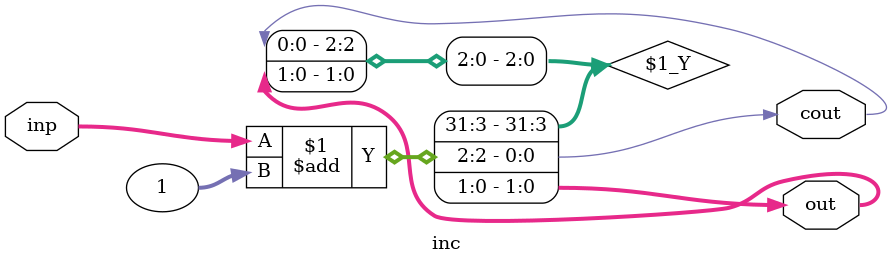
<source format=v>
module inc(inp,out,cout);
	input [1:0] inp;
	output [1:0] out;
	output cout;

	assign {cout,out} = inp + 1;
endmodule

</source>
